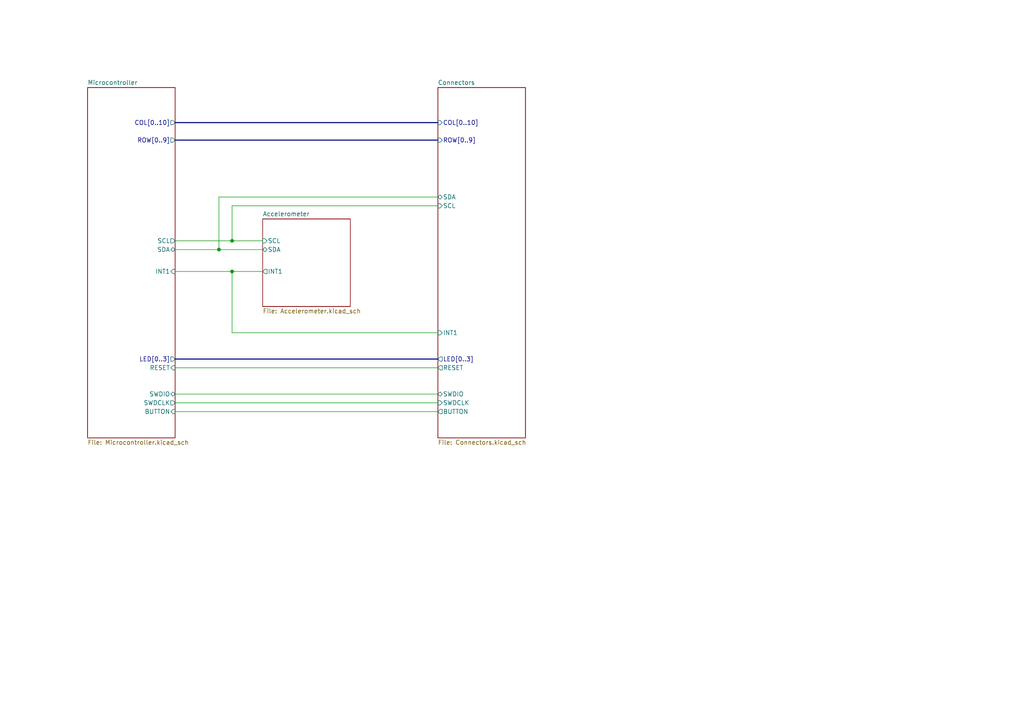
<source format=kicad_sch>
(kicad_sch (version 20230121) (generator eeschema)
  (paper "A4")
  (lib_symbols)
  (junction (at 67.31 69.85))
  (junction (at 63.5 72.39))
  (junction (at 67.31 78.74))
  (wire (pts (xy 50.8 78.74) (xy 67.31 78.74)))
  (bus (pts (xy 50.8 35.56) (xy 127 35.56)))
  (wire (pts (xy 67.31 59.69) (xy 127 59.69)))
  (wire (pts (xy 50.8 119.38) (xy 127 119.38)))
  (wire (pts (xy 67.31 69.85) (xy 67.31 59.69)))
  (wire (pts (xy 127 96.52) (xy 67.31 96.52)))
  (wire (pts (xy 67.31 96.52) (xy 67.31 78.74)))
  (bus (pts (xy 50.8 104.14) (xy 127 104.14)))
  (wire (pts (xy 67.31 78.74) (xy 76.2 78.74)))
  (wire (pts (xy 50.8 72.39) (xy 63.5 72.39)))
  (bus (pts (xy 50.8 40.64) (xy 127 40.64)))
  (wire (pts (xy 50.8 116.84) (xy 127 116.84)))
  (wire (pts (xy 50.8 69.85) (xy 67.31 69.85)))
  (wire (pts (xy 50.8 106.68) (xy 127 106.68)))
  (wire (pts (xy 76.2 69.85) (xy 67.31 69.85)))
  (wire (pts (xy 63.5 57.15) (xy 127 57.15)))
  (wire (pts (xy 50.8 114.3) (xy 127 114.3)))
  (wire (pts (xy 63.5 72.39) (xy 63.5 57.15)))
  (wire (pts (xy 76.2 72.39) (xy 63.5 72.39)))
  (sheet (at 127 25.4) (size 25.4 101.6) (stroke (width 0.1524))
    (property "Sheetname" "Connectors" (at 127 24.6884 0) (effects (justify left bottom)))
    (property "Sheetfile" "Connectors.kicad_sch" (at 127 127.5846 0) (effects (justify left top)))
    (pin "ROW[0..9]" input (at 127 40.64 180))
    (pin "COL[0..10]" input (at 127 35.56 180))
    (pin "SWDCLK" input (at 127 116.84 180))
    (pin "SWDIO" bidirectional (at 127 114.3 180))
    (pin "RESET" output (at 127 106.68 180))
    (pin "SCL" input (at 127 59.69 180))
    (pin "BUTTON" output (at 127 119.38 180))
    (pin "SDA" bidirectional (at 127 57.15 180))
    (pin "LED[0..3]" output (at 127 104.14 180))
    (pin "INT1" input (at 127 96.52 180))
  )
  (sheet (at 25.4 25.4) (size 25.4 101.6) (stroke (width 0.1524))
    (property "Sheetname" "Microcontroller" (at 25.4 24.6884 0) (effects (justify left bottom)))
    (property "Sheetfile" "Microcontroller.kicad_sch" (at 25.4 127.5846 0) (effects (justify left top)))
    (pin "SDA" bidirectional (at 50.8 72.39 0))
    (pin "SCL" output (at 50.8 69.85 0))
    (pin "LED[0..3]" output (at 50.8 104.14 0))
    (pin "BUTTON" input (at 50.8 119.38 0))
    (pin "INT1" input (at 50.8 78.74 0))
    (pin "SWDCLK" output (at 50.8 116.84 0))
    (pin "SWDIO" bidirectional (at 50.8 114.3 0))
    (pin "RESET" input (at 50.8 106.68 0))
    (pin "ROW[0..9]" output (at 50.8 40.64 0))
    (pin "COL[0..10]" output (at 50.8 35.56 0))
  )
  (sheet (at 76.2 63.5) (size 25.4 25.4) (stroke (width 0.1524))
    (property "Sheetname" "Accelerometer" (at 76.2 62.7884 0) (effects (justify left bottom)))
    (property "Sheetfile" "Accelerometer.kicad_sch" (at 76.2 89.4846 0) (effects (justify left top)))
    (pin "INT1" output (at 76.2 78.74 180))
    (pin "SDA" bidirectional (at 76.2 72.39 180))
    (pin "SCL" input (at 76.2 69.85 180))
  )
)
</source>
